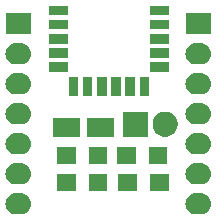
<source format=gbr>
G04 #@! TF.GenerationSoftware,KiCad,Pcbnew,5.1.5-52549c5~84~ubuntu18.04.1*
G04 #@! TF.CreationDate,2020-03-10T10:35:37+01:00*
G04 #@! TF.ProjectId,bm71_MODULE,626d3731-5f4d-44f4-9455-4c452e6b6963,rev?*
G04 #@! TF.SameCoordinates,Original*
G04 #@! TF.FileFunction,Soldermask,Bot*
G04 #@! TF.FilePolarity,Negative*
%FSLAX46Y46*%
G04 Gerber Fmt 4.6, Leading zero omitted, Abs format (unit mm)*
G04 Created by KiCad (PCBNEW 5.1.5-52549c5~84~ubuntu18.04.1) date 2020-03-10 10:35:37*
%MOMM*%
%LPD*%
G04 APERTURE LIST*
%ADD10C,0.050000*%
G04 APERTURE END LIST*
D10*
G36*
X152731694Y-85458633D02*
G01*
X152904095Y-85510931D01*
X153062983Y-85595858D01*
X153202249Y-85710151D01*
X153316542Y-85849417D01*
X153401469Y-86008305D01*
X153453767Y-86180706D01*
X153471425Y-86360000D01*
X153453767Y-86539294D01*
X153401469Y-86711695D01*
X153316542Y-86870583D01*
X153202249Y-87009849D01*
X153062983Y-87124142D01*
X152904095Y-87209069D01*
X152731694Y-87261367D01*
X152597331Y-87274600D01*
X152202669Y-87274600D01*
X152068306Y-87261367D01*
X151895905Y-87209069D01*
X151737017Y-87124142D01*
X151597751Y-87009849D01*
X151483458Y-86870583D01*
X151398531Y-86711695D01*
X151346233Y-86539294D01*
X151328575Y-86360000D01*
X151346233Y-86180706D01*
X151398531Y-86008305D01*
X151483458Y-85849417D01*
X151597751Y-85710151D01*
X151737017Y-85595858D01*
X151895905Y-85510931D01*
X152068306Y-85458633D01*
X152202669Y-85445400D01*
X152597331Y-85445400D01*
X152731694Y-85458633D01*
G37*
G36*
X137491694Y-85458633D02*
G01*
X137664095Y-85510931D01*
X137822983Y-85595858D01*
X137962249Y-85710151D01*
X138076542Y-85849417D01*
X138161469Y-86008305D01*
X138213767Y-86180706D01*
X138231425Y-86360000D01*
X138213767Y-86539294D01*
X138161469Y-86711695D01*
X138076542Y-86870583D01*
X137962249Y-87009849D01*
X137822983Y-87124142D01*
X137664095Y-87209069D01*
X137491694Y-87261367D01*
X137357331Y-87274600D01*
X136962669Y-87274600D01*
X136828306Y-87261367D01*
X136655905Y-87209069D01*
X136497017Y-87124142D01*
X136357751Y-87009849D01*
X136243458Y-86870583D01*
X136158531Y-86711695D01*
X136106233Y-86539294D01*
X136088575Y-86360000D01*
X136106233Y-86180706D01*
X136158531Y-86008305D01*
X136243458Y-85849417D01*
X136357751Y-85710151D01*
X136497017Y-85595858D01*
X136655905Y-85510931D01*
X136828306Y-85458633D01*
X136962669Y-85445400D01*
X137357331Y-85445400D01*
X137491694Y-85458633D01*
G37*
G36*
X142025000Y-85283000D02*
G01*
X140423000Y-85283000D01*
X140423000Y-83881000D01*
X142025000Y-83881000D01*
X142025000Y-85283000D01*
G37*
G36*
X144725000Y-85283000D02*
G01*
X143123000Y-85283000D01*
X143123000Y-83881000D01*
X144725000Y-83881000D01*
X144725000Y-85283000D01*
G37*
G36*
X147199000Y-85283000D02*
G01*
X145597000Y-85283000D01*
X145597000Y-83881000D01*
X147199000Y-83881000D01*
X147199000Y-85283000D01*
G37*
G36*
X149899000Y-85283000D02*
G01*
X148297000Y-85283000D01*
X148297000Y-83881000D01*
X149899000Y-83881000D01*
X149899000Y-85283000D01*
G37*
G36*
X137491694Y-82918633D02*
G01*
X137664095Y-82970931D01*
X137822983Y-83055858D01*
X137962249Y-83170151D01*
X138076542Y-83309417D01*
X138161469Y-83468305D01*
X138213767Y-83640706D01*
X138231425Y-83820000D01*
X138213767Y-83999294D01*
X138161469Y-84171695D01*
X138076542Y-84330583D01*
X137962249Y-84469849D01*
X137822983Y-84584142D01*
X137664095Y-84669069D01*
X137491694Y-84721367D01*
X137357331Y-84734600D01*
X136962669Y-84734600D01*
X136828306Y-84721367D01*
X136655905Y-84669069D01*
X136497017Y-84584142D01*
X136357751Y-84469849D01*
X136243458Y-84330583D01*
X136158531Y-84171695D01*
X136106233Y-83999294D01*
X136088575Y-83820000D01*
X136106233Y-83640706D01*
X136158531Y-83468305D01*
X136243458Y-83309417D01*
X136357751Y-83170151D01*
X136497017Y-83055858D01*
X136655905Y-82970931D01*
X136828306Y-82918633D01*
X136962669Y-82905400D01*
X137357331Y-82905400D01*
X137491694Y-82918633D01*
G37*
G36*
X152731694Y-82918633D02*
G01*
X152904095Y-82970931D01*
X153062983Y-83055858D01*
X153202249Y-83170151D01*
X153316542Y-83309417D01*
X153401469Y-83468305D01*
X153453767Y-83640706D01*
X153471425Y-83820000D01*
X153453767Y-83999294D01*
X153401469Y-84171695D01*
X153316542Y-84330583D01*
X153202249Y-84469849D01*
X153062983Y-84584142D01*
X152904095Y-84669069D01*
X152731694Y-84721367D01*
X152597331Y-84734600D01*
X152202669Y-84734600D01*
X152068306Y-84721367D01*
X151895905Y-84669069D01*
X151737017Y-84584142D01*
X151597751Y-84469849D01*
X151483458Y-84330583D01*
X151398531Y-84171695D01*
X151346233Y-83999294D01*
X151328575Y-83820000D01*
X151346233Y-83640706D01*
X151398531Y-83468305D01*
X151483458Y-83309417D01*
X151597751Y-83170151D01*
X151737017Y-83055858D01*
X151895905Y-82970931D01*
X152068306Y-82918633D01*
X152202669Y-82905400D01*
X152597331Y-82905400D01*
X152731694Y-82918633D01*
G37*
G36*
X147105000Y-82997000D02*
G01*
X145503000Y-82997000D01*
X145503000Y-81595000D01*
X147105000Y-81595000D01*
X147105000Y-82997000D01*
G37*
G36*
X149805000Y-82997000D02*
G01*
X148203000Y-82997000D01*
X148203000Y-81595000D01*
X149805000Y-81595000D01*
X149805000Y-82997000D01*
G37*
G36*
X144725000Y-82997000D02*
G01*
X143123000Y-82997000D01*
X143123000Y-81595000D01*
X144725000Y-81595000D01*
X144725000Y-82997000D01*
G37*
G36*
X142025000Y-82997000D02*
G01*
X140423000Y-82997000D01*
X140423000Y-81595000D01*
X142025000Y-81595000D01*
X142025000Y-82997000D01*
G37*
G36*
X137491694Y-80378633D02*
G01*
X137664095Y-80430931D01*
X137822983Y-80515858D01*
X137962249Y-80630151D01*
X138076542Y-80769417D01*
X138161469Y-80928305D01*
X138213767Y-81100706D01*
X138231425Y-81280000D01*
X138213767Y-81459294D01*
X138161469Y-81631695D01*
X138076542Y-81790583D01*
X137962249Y-81929849D01*
X137822983Y-82044142D01*
X137664095Y-82129069D01*
X137491694Y-82181367D01*
X137357331Y-82194600D01*
X136962669Y-82194600D01*
X136828306Y-82181367D01*
X136655905Y-82129069D01*
X136497017Y-82044142D01*
X136357751Y-81929849D01*
X136243458Y-81790583D01*
X136158531Y-81631695D01*
X136106233Y-81459294D01*
X136088575Y-81280000D01*
X136106233Y-81100706D01*
X136158531Y-80928305D01*
X136243458Y-80769417D01*
X136357751Y-80630151D01*
X136497017Y-80515858D01*
X136655905Y-80430931D01*
X136828306Y-80378633D01*
X136962669Y-80365400D01*
X137357331Y-80365400D01*
X137491694Y-80378633D01*
G37*
G36*
X152731694Y-80378633D02*
G01*
X152904095Y-80430931D01*
X153062983Y-80515858D01*
X153202249Y-80630151D01*
X153316542Y-80769417D01*
X153401469Y-80928305D01*
X153453767Y-81100706D01*
X153471425Y-81280000D01*
X153453767Y-81459294D01*
X153401469Y-81631695D01*
X153316542Y-81790583D01*
X153202249Y-81929849D01*
X153062983Y-82044142D01*
X152904095Y-82129069D01*
X152731694Y-82181367D01*
X152597331Y-82194600D01*
X152202669Y-82194600D01*
X152068306Y-82181367D01*
X151895905Y-82129069D01*
X151737017Y-82044142D01*
X151597751Y-81929849D01*
X151483458Y-81790583D01*
X151398531Y-81631695D01*
X151346233Y-81459294D01*
X151328575Y-81280000D01*
X151346233Y-81100706D01*
X151398531Y-80928305D01*
X151483458Y-80769417D01*
X151597751Y-80630151D01*
X151737017Y-80515858D01*
X151895905Y-80430931D01*
X152068306Y-80378633D01*
X152202669Y-80365400D01*
X152597331Y-80365400D01*
X152731694Y-80378633D01*
G37*
G36*
X148133000Y-80696000D02*
G01*
X145999000Y-80696000D01*
X145999000Y-78562000D01*
X148133000Y-78562000D01*
X148133000Y-80696000D01*
G37*
G36*
X149917231Y-78603003D02*
G01*
X150111412Y-78683436D01*
X150111414Y-78683437D01*
X150286173Y-78800207D01*
X150434793Y-78948827D01*
X150551563Y-79123586D01*
X150551564Y-79123588D01*
X150631997Y-79317769D01*
X150673000Y-79523908D01*
X150673000Y-79734092D01*
X150631997Y-79940231D01*
X150551564Y-80134412D01*
X150551563Y-80134414D01*
X150434793Y-80309173D01*
X150286173Y-80457793D01*
X150111414Y-80574563D01*
X150111413Y-80574564D01*
X150111412Y-80574564D01*
X149917231Y-80654997D01*
X149711092Y-80696000D01*
X149500908Y-80696000D01*
X149294769Y-80654997D01*
X149100588Y-80574564D01*
X149100587Y-80574564D01*
X149100586Y-80574563D01*
X148925827Y-80457793D01*
X148777207Y-80309173D01*
X148660437Y-80134414D01*
X148660436Y-80134412D01*
X148580003Y-79940231D01*
X148539000Y-79734092D01*
X148539000Y-79523908D01*
X148580003Y-79317769D01*
X148660436Y-79123588D01*
X148660437Y-79123586D01*
X148777207Y-78948827D01*
X148925827Y-78800207D01*
X149100586Y-78683437D01*
X149100588Y-78683436D01*
X149294769Y-78603003D01*
X149500908Y-78562000D01*
X149711092Y-78562000D01*
X149917231Y-78603003D01*
G37*
G36*
X142375000Y-80684000D02*
G01*
X140073000Y-80684000D01*
X140073000Y-79082000D01*
X142375000Y-79082000D01*
X142375000Y-80684000D01*
G37*
G36*
X145275000Y-80684000D02*
G01*
X142973000Y-80684000D01*
X142973000Y-79082000D01*
X145275000Y-79082000D01*
X145275000Y-80684000D01*
G37*
G36*
X152731694Y-77838633D02*
G01*
X152904095Y-77890931D01*
X153062983Y-77975858D01*
X153202249Y-78090151D01*
X153316542Y-78229417D01*
X153401469Y-78388305D01*
X153453767Y-78560706D01*
X153471425Y-78740000D01*
X153453767Y-78919294D01*
X153401469Y-79091695D01*
X153316542Y-79250583D01*
X153202249Y-79389849D01*
X153062983Y-79504142D01*
X152904095Y-79589069D01*
X152731694Y-79641367D01*
X152597331Y-79654600D01*
X152202669Y-79654600D01*
X152068306Y-79641367D01*
X151895905Y-79589069D01*
X151737017Y-79504142D01*
X151597751Y-79389849D01*
X151483458Y-79250583D01*
X151398531Y-79091695D01*
X151346233Y-78919294D01*
X151328575Y-78740000D01*
X151346233Y-78560706D01*
X151398531Y-78388305D01*
X151483458Y-78229417D01*
X151597751Y-78090151D01*
X151737017Y-77975858D01*
X151895905Y-77890931D01*
X152068306Y-77838633D01*
X152202669Y-77825400D01*
X152597331Y-77825400D01*
X152731694Y-77838633D01*
G37*
G36*
X137491694Y-77838633D02*
G01*
X137664095Y-77890931D01*
X137822983Y-77975858D01*
X137962249Y-78090151D01*
X138076542Y-78229417D01*
X138161469Y-78388305D01*
X138213767Y-78560706D01*
X138231425Y-78740000D01*
X138213767Y-78919294D01*
X138161469Y-79091695D01*
X138076542Y-79250583D01*
X137962249Y-79389849D01*
X137822983Y-79504142D01*
X137664095Y-79589069D01*
X137491694Y-79641367D01*
X137357331Y-79654600D01*
X136962669Y-79654600D01*
X136828306Y-79641367D01*
X136655905Y-79589069D01*
X136497017Y-79504142D01*
X136357751Y-79389849D01*
X136243458Y-79250583D01*
X136158531Y-79091695D01*
X136106233Y-78919294D01*
X136088575Y-78740000D01*
X136106233Y-78560706D01*
X136158531Y-78388305D01*
X136243458Y-78229417D01*
X136357751Y-78090151D01*
X136497017Y-77975858D01*
X136655905Y-77890931D01*
X136828306Y-77838633D01*
X136962669Y-77825400D01*
X137357331Y-77825400D01*
X137491694Y-77838633D01*
G37*
G36*
X142253000Y-77259000D02*
G01*
X141451000Y-77259000D01*
X141451000Y-75657000D01*
X142253000Y-75657000D01*
X142253000Y-77259000D01*
G37*
G36*
X145853000Y-77259000D02*
G01*
X145051000Y-77259000D01*
X145051000Y-75657000D01*
X145853000Y-75657000D01*
X145853000Y-77259000D01*
G37*
G36*
X147053000Y-77259000D02*
G01*
X146251000Y-77259000D01*
X146251000Y-75657000D01*
X147053000Y-75657000D01*
X147053000Y-77259000D01*
G37*
G36*
X143453000Y-77259000D02*
G01*
X142651000Y-77259000D01*
X142651000Y-75657000D01*
X143453000Y-75657000D01*
X143453000Y-77259000D01*
G37*
G36*
X144653000Y-77259000D02*
G01*
X143851000Y-77259000D01*
X143851000Y-75657000D01*
X144653000Y-75657000D01*
X144653000Y-77259000D01*
G37*
G36*
X148253000Y-77259000D02*
G01*
X147451000Y-77259000D01*
X147451000Y-75657000D01*
X148253000Y-75657000D01*
X148253000Y-77259000D01*
G37*
G36*
X152731694Y-75298633D02*
G01*
X152904095Y-75350931D01*
X153062983Y-75435858D01*
X153202249Y-75550151D01*
X153316542Y-75689417D01*
X153401469Y-75848305D01*
X153453767Y-76020706D01*
X153471425Y-76200000D01*
X153453767Y-76379294D01*
X153401469Y-76551695D01*
X153316542Y-76710583D01*
X153202249Y-76849849D01*
X153062983Y-76964142D01*
X152904095Y-77049069D01*
X152731694Y-77101367D01*
X152597331Y-77114600D01*
X152202669Y-77114600D01*
X152068306Y-77101367D01*
X151895905Y-77049069D01*
X151737017Y-76964142D01*
X151597751Y-76849849D01*
X151483458Y-76710583D01*
X151398531Y-76551695D01*
X151346233Y-76379294D01*
X151328575Y-76200000D01*
X151346233Y-76020706D01*
X151398531Y-75848305D01*
X151483458Y-75689417D01*
X151597751Y-75550151D01*
X151737017Y-75435858D01*
X151895905Y-75350931D01*
X152068306Y-75298633D01*
X152202669Y-75285400D01*
X152597331Y-75285400D01*
X152731694Y-75298633D01*
G37*
G36*
X137491694Y-75298633D02*
G01*
X137664095Y-75350931D01*
X137822983Y-75435858D01*
X137962249Y-75550151D01*
X138076542Y-75689417D01*
X138161469Y-75848305D01*
X138213767Y-76020706D01*
X138231425Y-76200000D01*
X138213767Y-76379294D01*
X138161469Y-76551695D01*
X138076542Y-76710583D01*
X137962249Y-76849849D01*
X137822983Y-76964142D01*
X137664095Y-77049069D01*
X137491694Y-77101367D01*
X137357331Y-77114600D01*
X136962669Y-77114600D01*
X136828306Y-77101367D01*
X136655905Y-77049069D01*
X136497017Y-76964142D01*
X136357751Y-76849849D01*
X136243458Y-76710583D01*
X136158531Y-76551695D01*
X136106233Y-76379294D01*
X136088575Y-76200000D01*
X136106233Y-76020706D01*
X136158531Y-75848305D01*
X136243458Y-75689417D01*
X136357751Y-75550151D01*
X136497017Y-75435858D01*
X136655905Y-75350931D01*
X136828306Y-75298633D01*
X136962669Y-75285400D01*
X137357331Y-75285400D01*
X137491694Y-75298633D01*
G37*
G36*
X149903000Y-75209000D02*
G01*
X148301000Y-75209000D01*
X148301000Y-74407000D01*
X149903000Y-74407000D01*
X149903000Y-75209000D01*
G37*
G36*
X141403000Y-75209000D02*
G01*
X139801000Y-75209000D01*
X139801000Y-74407000D01*
X141403000Y-74407000D01*
X141403000Y-75209000D01*
G37*
G36*
X152731694Y-72758633D02*
G01*
X152904095Y-72810931D01*
X153062983Y-72895858D01*
X153202249Y-73010151D01*
X153316542Y-73149417D01*
X153401469Y-73308305D01*
X153453767Y-73480706D01*
X153471425Y-73660000D01*
X153453767Y-73839294D01*
X153401469Y-74011695D01*
X153316542Y-74170583D01*
X153202249Y-74309849D01*
X153062983Y-74424142D01*
X152904095Y-74509069D01*
X152731694Y-74561367D01*
X152597331Y-74574600D01*
X152202669Y-74574600D01*
X152068306Y-74561367D01*
X151895905Y-74509069D01*
X151737017Y-74424142D01*
X151597751Y-74309849D01*
X151483458Y-74170583D01*
X151398531Y-74011695D01*
X151346233Y-73839294D01*
X151328575Y-73660000D01*
X151346233Y-73480706D01*
X151398531Y-73308305D01*
X151483458Y-73149417D01*
X151597751Y-73010151D01*
X151737017Y-72895858D01*
X151895905Y-72810931D01*
X152068306Y-72758633D01*
X152202669Y-72745400D01*
X152597331Y-72745400D01*
X152731694Y-72758633D01*
G37*
G36*
X137491694Y-72758633D02*
G01*
X137664095Y-72810931D01*
X137822983Y-72895858D01*
X137962249Y-73010151D01*
X138076542Y-73149417D01*
X138161469Y-73308305D01*
X138213767Y-73480706D01*
X138231425Y-73660000D01*
X138213767Y-73839294D01*
X138161469Y-74011695D01*
X138076542Y-74170583D01*
X137962249Y-74309849D01*
X137822983Y-74424142D01*
X137664095Y-74509069D01*
X137491694Y-74561367D01*
X137357331Y-74574600D01*
X136962669Y-74574600D01*
X136828306Y-74561367D01*
X136655905Y-74509069D01*
X136497017Y-74424142D01*
X136357751Y-74309849D01*
X136243458Y-74170583D01*
X136158531Y-74011695D01*
X136106233Y-73839294D01*
X136088575Y-73660000D01*
X136106233Y-73480706D01*
X136158531Y-73308305D01*
X136243458Y-73149417D01*
X136357751Y-73010151D01*
X136497017Y-72895858D01*
X136655905Y-72810931D01*
X136828306Y-72758633D01*
X136962669Y-72745400D01*
X137357331Y-72745400D01*
X137491694Y-72758633D01*
G37*
G36*
X149903000Y-74009000D02*
G01*
X148301000Y-74009000D01*
X148301000Y-73207000D01*
X149903000Y-73207000D01*
X149903000Y-74009000D01*
G37*
G36*
X141403000Y-74009000D02*
G01*
X139801000Y-74009000D01*
X139801000Y-73207000D01*
X141403000Y-73207000D01*
X141403000Y-74009000D01*
G37*
G36*
X149903000Y-72809000D02*
G01*
X148301000Y-72809000D01*
X148301000Y-72007000D01*
X149903000Y-72007000D01*
X149903000Y-72809000D01*
G37*
G36*
X141403000Y-72809000D02*
G01*
X139801000Y-72809000D01*
X139801000Y-72007000D01*
X141403000Y-72007000D01*
X141403000Y-72809000D01*
G37*
G36*
X138227000Y-72034600D02*
G01*
X136093000Y-72034600D01*
X136093000Y-70205400D01*
X138227000Y-70205400D01*
X138227000Y-72034600D01*
G37*
G36*
X153467000Y-72034600D02*
G01*
X151333000Y-72034600D01*
X151333000Y-70205400D01*
X153467000Y-70205400D01*
X153467000Y-72034600D01*
G37*
G36*
X141403000Y-71609000D02*
G01*
X139801000Y-71609000D01*
X139801000Y-70807000D01*
X141403000Y-70807000D01*
X141403000Y-71609000D01*
G37*
G36*
X149903000Y-71609000D02*
G01*
X148301000Y-71609000D01*
X148301000Y-70807000D01*
X149903000Y-70807000D01*
X149903000Y-71609000D01*
G37*
G36*
X141403000Y-70409000D02*
G01*
X139801000Y-70409000D01*
X139801000Y-69607000D01*
X141403000Y-69607000D01*
X141403000Y-70409000D01*
G37*
G36*
X149903000Y-70409000D02*
G01*
X148301000Y-70409000D01*
X148301000Y-69607000D01*
X149903000Y-69607000D01*
X149903000Y-70409000D01*
G37*
M02*

</source>
